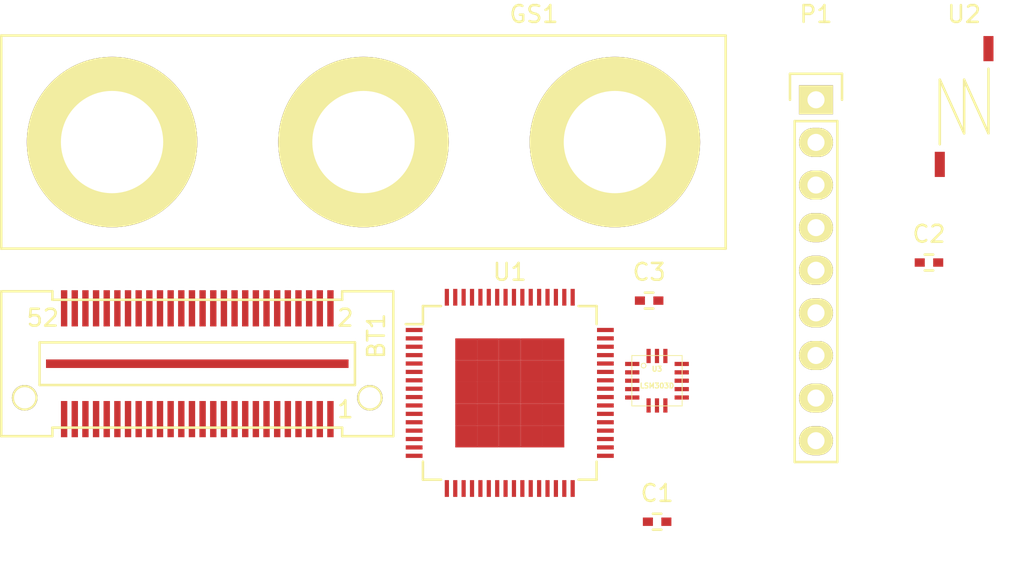
<source format=kicad_pcb>
(kicad_pcb (version 4) (host pcbnew 4.0.2-stable)

  (general
    (links 16)
    (no_connects 16)
    (area 0 0 0 0)
    (thickness 1.6)
    (drawings 0)
    (tracks 0)
    (zones 0)
    (modules 9)
    (nets 70)
  )

  (page A4)
  (layers
    (0 F.Cu signal)
    (31 B.Cu signal)
    (32 B.Adhes user)
    (33 F.Adhes user)
    (34 B.Paste user)
    (35 F.Paste user)
    (36 B.SilkS user)
    (37 F.SilkS user)
    (38 B.Mask user)
    (39 F.Mask user)
    (40 Dwgs.User user)
    (41 Cmts.User user)
    (42 Eco1.User user)
    (43 Eco2.User user)
    (44 Edge.Cuts user)
    (45 Margin user)
    (46 B.CrtYd user)
    (47 F.CrtYd user)
    (48 B.Fab user)
    (49 F.Fab user)
  )

  (setup
    (last_trace_width 0.25)
    (trace_clearance 0.2)
    (zone_clearance 0.508)
    (zone_45_only no)
    (trace_min 0.2)
    (segment_width 0.2)
    (edge_width 0.15)
    (via_size 0.6)
    (via_drill 0.4)
    (via_min_size 0.4)
    (via_min_drill 0.3)
    (uvia_size 0.3)
    (uvia_drill 0.1)
    (uvias_allowed no)
    (uvia_min_size 0.2)
    (uvia_min_drill 0.1)
    (pcb_text_width 0.3)
    (pcb_text_size 1.5 1.5)
    (mod_edge_width 0.15)
    (mod_text_size 1 1)
    (mod_text_width 0.15)
    (pad_size 1.524 1.524)
    (pad_drill 0.762)
    (pad_to_mask_clearance 0.2)
    (aux_axis_origin 0 0)
    (visible_elements FFFFFF7F)
    (pcbplotparams
      (layerselection 0x00030_80000001)
      (usegerberextensions false)
      (excludeedgelayer true)
      (linewidth 0.100000)
      (plotframeref false)
      (viasonmask false)
      (mode 1)
      (useauxorigin false)
      (hpglpennumber 1)
      (hpglpenspeed 20)
      (hpglpendiameter 15)
      (hpglpenoverlay 2)
      (psnegative false)
      (psa4output false)
      (plotreference true)
      (plotvalue true)
      (plotinvisibletext false)
      (padsonsilk false)
      (subtractmaskfromsilk false)
      (outputformat 1)
      (mirror false)
      (drillshape 1)
      (scaleselection 1)
      (outputdirectory ""))
  )

  (net 0 "")
  (net 1 "Net-(BT1-Pad1)")
  (net 2 GND)
  (net 3 +3V3)
  (net 4 "Net-(GS1-Pad1)")
  (net 5 "Net-(GS1-Pad2)")
  (net 6 /L_MISO)
  (net 7 /L_LED)
  (net 8 /L_SCK)
  (net 9 /L_MOSI)
  (net 10 /L_DC)
  (net 11 /L_RST)
  (net 12 /L_CS)
  (net 13 "Net-(U1-Pad1)")
  (net 14 "Net-(U1-Pad2)")
  (net 15 "Net-(U1-Pad3)")
  (net 16 "Net-(U1-Pad4)")
  (net 17 "Net-(U1-Pad5)")
  (net 18 "Net-(U1-Pad6)")
  (net 19 "Net-(U1-Pad7)")
  (net 20 "Net-(U1-Pad8)")
  (net 21 "Net-(U1-Pad9)")
  (net 22 "Net-(U1-Pad10)")
  (net 23 "Net-(U1-Pad11)")
  (net 24 "Net-(U1-Pad13)")
  (net 25 "Net-(U1-Pad14)")
  (net 26 "Net-(U1-Pad15)")
  (net 27 "Net-(U1-Pad16)")
  (net 28 "Net-(U1-Pad17)")
  (net 29 "Net-(U1-Pad20)")
  (net 30 "Net-(U1-Pad21)")
  (net 31 "Net-(U1-Pad22)")
  (net 32 "Net-(U1-Pad23)")
  (net 33 "Net-(U1-Pad24)")
  (net 34 "Net-(U1-Pad25)")
  (net 35 "Net-(U1-Pad26)")
  (net 36 "Net-(U1-Pad27)")
  (net 37 "Net-(U1-Pad28)")
  (net 38 "Net-(U1-Pad29)")
  (net 39 "Net-(U1-Pad30)")
  (net 40 "Net-(U1-Pad33)")
  (net 41 "Net-(U1-Pad34)")
  (net 42 "Net-(U1-Pad35)")
  (net 43 "Net-(U1-Pad36)")
  (net 44 "Net-(U1-Pad37)")
  (net 45 "Net-(U1-Pad38)")
  (net 46 "Net-(U1-Pad39)")
  (net 47 "Net-(U1-Pad40)")
  (net 48 "Net-(U1-Pad41)")
  (net 49 "Net-(U1-Pad42)")
  (net 50 "Net-(U1-Pad43)")
  (net 51 "Net-(U1-Pad44)")
  (net 52 "Net-(U1-Pad45)")
  (net 53 "Net-(U1-Pad46)")
  (net 54 "Net-(U1-Pad49)")
  (net 55 "Net-(U1-Pad50)")
  (net 56 "Net-(U1-Pad51)")
  (net 57 "Net-(U1-Pad52)")
  (net 58 "Net-(U1-Pad53)")
  (net 59 "Net-(U1-Pad54)")
  (net 60 "Net-(U1-Pad55)")
  (net 61 "Net-(U1-Pad56)")
  (net 62 "Net-(U1-Pad57)")
  (net 63 "Net-(U1-Pad58)")
  (net 64 "Net-(U1-Pad59)")
  (net 65 "Net-(U1-Pad60)")
  (net 66 "Net-(U1-Pad61)")
  (net 67 "Net-(U1-Pad62)")
  (net 68 /G_RX0)
  (net 69 /G_TX0)

  (net_class Default "This is the default net class."
    (clearance 0.2)
    (trace_width 0.25)
    (via_dia 0.6)
    (via_drill 0.4)
    (uvia_dia 0.3)
    (uvia_drill 0.1)
    (add_net +3V3)
    (add_net /G_RX0)
    (add_net /G_TX0)
    (add_net /L_CS)
    (add_net /L_DC)
    (add_net /L_LED)
    (add_net /L_MISO)
    (add_net /L_MOSI)
    (add_net /L_RST)
    (add_net /L_SCK)
    (add_net GND)
    (add_net "Net-(BT1-Pad1)")
    (add_net "Net-(GS1-Pad1)")
    (add_net "Net-(GS1-Pad2)")
    (add_net "Net-(U1-Pad1)")
    (add_net "Net-(U1-Pad10)")
    (add_net "Net-(U1-Pad11)")
    (add_net "Net-(U1-Pad13)")
    (add_net "Net-(U1-Pad14)")
    (add_net "Net-(U1-Pad15)")
    (add_net "Net-(U1-Pad16)")
    (add_net "Net-(U1-Pad17)")
    (add_net "Net-(U1-Pad2)")
    (add_net "Net-(U1-Pad20)")
    (add_net "Net-(U1-Pad21)")
    (add_net "Net-(U1-Pad22)")
    (add_net "Net-(U1-Pad23)")
    (add_net "Net-(U1-Pad24)")
    (add_net "Net-(U1-Pad25)")
    (add_net "Net-(U1-Pad26)")
    (add_net "Net-(U1-Pad27)")
    (add_net "Net-(U1-Pad28)")
    (add_net "Net-(U1-Pad29)")
    (add_net "Net-(U1-Pad3)")
    (add_net "Net-(U1-Pad30)")
    (add_net "Net-(U1-Pad33)")
    (add_net "Net-(U1-Pad34)")
    (add_net "Net-(U1-Pad35)")
    (add_net "Net-(U1-Pad36)")
    (add_net "Net-(U1-Pad37)")
    (add_net "Net-(U1-Pad38)")
    (add_net "Net-(U1-Pad39)")
    (add_net "Net-(U1-Pad4)")
    (add_net "Net-(U1-Pad40)")
    (add_net "Net-(U1-Pad41)")
    (add_net "Net-(U1-Pad42)")
    (add_net "Net-(U1-Pad43)")
    (add_net "Net-(U1-Pad44)")
    (add_net "Net-(U1-Pad45)")
    (add_net "Net-(U1-Pad46)")
    (add_net "Net-(U1-Pad49)")
    (add_net "Net-(U1-Pad5)")
    (add_net "Net-(U1-Pad50)")
    (add_net "Net-(U1-Pad51)")
    (add_net "Net-(U1-Pad52)")
    (add_net "Net-(U1-Pad53)")
    (add_net "Net-(U1-Pad54)")
    (add_net "Net-(U1-Pad55)")
    (add_net "Net-(U1-Pad56)")
    (add_net "Net-(U1-Pad57)")
    (add_net "Net-(U1-Pad58)")
    (add_net "Net-(U1-Pad59)")
    (add_net "Net-(U1-Pad6)")
    (add_net "Net-(U1-Pad60)")
    (add_net "Net-(U1-Pad61)")
    (add_net "Net-(U1-Pad62)")
    (add_net "Net-(U1-Pad7)")
    (add_net "Net-(U1-Pad8)")
    (add_net "Net-(U1-Pad9)")
  )

  (module Connect:QMS-1X52-SMD (layer F.Cu) (tedit 0) (tstamp 580D1CF5)
    (at 184.806001 109.967)
    (path /5807C2EA)
    (attr smd)
    (fp_text reference BT1 (at 10.668 -1.651 90) (layer F.SilkS)
      (effects (font (size 1 1) (thickness 0.15)))
    )
    (fp_text value Battery (at 0 -5.461) (layer F.Fab)
      (effects (font (size 1 1) (thickness 0.15)))
    )
    (fp_line (start 9.398 1.27) (end -9.398 1.27) (layer F.SilkS) (width 0.15))
    (fp_line (start -9.398 -1.27) (end 9.398 -1.27) (layer F.SilkS) (width 0.15))
    (fp_text user 52 (at -9.2075 -2.7305) (layer F.SilkS)
      (effects (font (size 1 1) (thickness 0.15)))
    )
    (fp_line (start -8.636 4.318) (end -11.684 4.318) (layer F.SilkS) (width 0.15))
    (fp_line (start -8.636 -4.318) (end -11.684 -4.318) (layer F.SilkS) (width 0.15))
    (fp_line (start -11.684 4.318) (end -11.684 -4.318) (layer F.SilkS) (width 0.15))
    (fp_text user 2 (at 8.8265 -2.7305) (layer F.SilkS)
      (effects (font (size 1 1) (thickness 0.15)))
    )
    (fp_text user 1 (at 8.8265 2.7305) (layer F.SilkS)
      (effects (font (size 1 1) (thickness 0.15)))
    )
    (fp_line (start 9.398 -1.27) (end 9.398 1.27) (layer F.SilkS) (width 0.15))
    (fp_line (start -9.398 1.27) (end -9.398 -1.27) (layer F.SilkS) (width 0.15))
    (fp_line (start 11.684 -4.318) (end 11.684 4.318) (layer F.SilkS) (width 0.15))
    (fp_line (start 11.684 4.318) (end 8.636 4.318) (layer F.SilkS) (width 0.15))
    (fp_line (start 8.636 4.318) (end 8.636 3.81) (layer F.SilkS) (width 0.15))
    (fp_line (start 8.636 3.81) (end -8.636 3.81) (layer F.SilkS) (width 0.15))
    (fp_line (start -8.636 3.81) (end -8.636 4.318) (layer F.SilkS) (width 0.15))
    (fp_line (start -8.636 -4.318) (end -8.636 -3.81) (layer F.SilkS) (width 0.15))
    (fp_line (start -8.636 -3.81) (end 8.636 -3.81) (layer F.SilkS) (width 0.15))
    (fp_line (start 8.636 -3.81) (end 8.636 -4.318) (layer F.SilkS) (width 0.15))
    (fp_line (start 8.636 -4.318) (end 11.684 -4.318) (layer F.SilkS) (width 0.15))
    (pad 1 smd rect (at 7.9375 3.302) (size 0.381 2.159) (layers F.Cu F.Paste F.Mask)
      (net 1 "Net-(BT1-Pad1)"))
    (pad 2 smd rect (at 7.9375 -3.302) (size 0.381 2.159) (layers F.Cu F.Paste F.Mask)
      (net 2 GND))
    (pad 3 smd rect (at 7.3025 3.302) (size 0.381 2.159) (layers F.Cu F.Paste F.Mask))
    (pad 4 smd rect (at 7.3025 -3.302) (size 0.381 2.159) (layers F.Cu F.Paste F.Mask))
    (pad 5 smd rect (at 6.6675 3.302) (size 0.381 2.159) (layers F.Cu F.Paste F.Mask))
    (pad 6 smd rect (at 6.6675 -3.302) (size 0.381 2.159) (layers F.Cu F.Paste F.Mask))
    (pad 7 smd rect (at 6.0325 3.302) (size 0.381 2.159) (layers F.Cu F.Paste F.Mask))
    (pad 8 smd rect (at 6.0325 -3.302) (size 0.381 2.159) (layers F.Cu F.Paste F.Mask))
    (pad 9 smd rect (at 5.3975 3.302) (size 0.381 2.159) (layers F.Cu F.Paste F.Mask))
    (pad 10 smd rect (at 5.3975 -3.302) (size 0.381 2.159) (layers F.Cu F.Paste F.Mask))
    (pad 11 smd rect (at 4.7625 3.302) (size 0.381 2.159) (layers F.Cu F.Paste F.Mask))
    (pad 12 smd rect (at 4.7625 -3.302) (size 0.381 2.159) (layers F.Cu F.Paste F.Mask))
    (pad 13 smd rect (at 4.1275 3.302) (size 0.381 2.159) (layers F.Cu F.Paste F.Mask))
    (pad 14 smd rect (at 4.1275 -3.302) (size 0.381 2.159) (layers F.Cu F.Paste F.Mask))
    (pad 15 smd rect (at 3.4925 3.302) (size 0.381 2.159) (layers F.Cu F.Paste F.Mask))
    (pad 16 smd rect (at 3.4925 -3.302) (size 0.381 2.159) (layers F.Cu F.Paste F.Mask))
    (pad 17 smd rect (at 2.8575 3.302) (size 0.381 2.159) (layers F.Cu F.Paste F.Mask))
    (pad 18 smd rect (at 2.8575 -3.302) (size 0.381 2.159) (layers F.Cu F.Paste F.Mask))
    (pad 19 smd rect (at 2.2225 3.302) (size 0.381 2.159) (layers F.Cu F.Paste F.Mask))
    (pad 20 smd rect (at 2.2225 -3.302) (size 0.381 2.159) (layers F.Cu F.Paste F.Mask))
    (pad 21 smd rect (at 1.5875 3.302) (size 0.381 2.159) (layers F.Cu F.Paste F.Mask))
    (pad 22 smd rect (at 1.5875 -3.302) (size 0.381 2.159) (layers F.Cu F.Paste F.Mask))
    (pad 23 smd rect (at 0.9525 3.302) (size 0.381 2.159) (layers F.Cu F.Paste F.Mask))
    (pad 24 smd rect (at 0.9525 -3.302) (size 0.381 2.159) (layers F.Cu F.Paste F.Mask))
    (pad 25 smd rect (at 0.3175 3.302) (size 0.381 2.159) (layers F.Cu F.Paste F.Mask))
    (pad 26 smd rect (at 0.3175 -3.302) (size 0.381 2.159) (layers F.Cu F.Paste F.Mask))
    (pad 27 smd rect (at -0.3175 3.302) (size 0.381 2.159) (layers F.Cu F.Paste F.Mask))
    (pad 28 smd rect (at -0.3175 -3.302) (size 0.381 2.159) (layers F.Cu F.Paste F.Mask))
    (pad 29 smd rect (at -0.9525 3.302) (size 0.381 2.159) (layers F.Cu F.Paste F.Mask))
    (pad 30 smd rect (at -0.9525 -3.302) (size 0.381 2.159) (layers F.Cu F.Paste F.Mask))
    (pad 31 smd rect (at -1.5875 3.302) (size 0.381 2.159) (layers F.Cu F.Paste F.Mask))
    (pad 32 smd rect (at -1.5875 -3.302) (size 0.381 2.159) (layers F.Cu F.Paste F.Mask))
    (pad 33 smd rect (at -2.2225 3.302) (size 0.381 2.159) (layers F.Cu F.Paste F.Mask))
    (pad 34 smd rect (at -2.2225 -3.302) (size 0.381 2.159) (layers F.Cu F.Paste F.Mask))
    (pad 35 smd rect (at -2.8575 3.302) (size 0.381 2.159) (layers F.Cu F.Paste F.Mask))
    (pad 36 smd rect (at -2.8575 -3.302) (size 0.381 2.159) (layers F.Cu F.Paste F.Mask))
    (pad 37 smd rect (at -3.4925 3.302) (size 0.381 2.159) (layers F.Cu F.Paste F.Mask))
    (pad 38 smd rect (at -3.4925 -3.302) (size 0.381 2.159) (layers F.Cu F.Paste F.Mask))
    (pad 39 smd rect (at -4.1275 3.302) (size 0.381 2.159) (layers F.Cu F.Paste F.Mask))
    (pad 40 smd rect (at -4.1275 -3.302) (size 0.381 2.159) (layers F.Cu F.Paste F.Mask))
    (pad 41 smd rect (at -4.7625 3.302) (size 0.381 2.159) (layers F.Cu F.Paste F.Mask))
    (pad 42 smd rect (at -4.7625 -3.302) (size 0.381 2.159) (layers F.Cu F.Paste F.Mask))
    (pad 43 smd rect (at -5.3975 3.302) (size 0.381 2.159) (layers F.Cu F.Paste F.Mask))
    (pad 44 smd rect (at -5.3975 -3.302) (size 0.381 2.159) (layers F.Cu F.Paste F.Mask))
    (pad 45 smd rect (at -6.0325 3.302) (size 0.381 2.159) (layers F.Cu F.Paste F.Mask))
    (pad 46 smd rect (at -6.0325 -3.302) (size 0.381 2.159) (layers F.Cu F.Paste F.Mask))
    (pad 47 smd rect (at -6.6675 3.302) (size 0.381 2.159) (layers F.Cu F.Paste F.Mask))
    (pad 48 smd rect (at -6.6675 -3.302) (size 0.381 2.159) (layers F.Cu F.Paste F.Mask))
    (pad 49 smd rect (at -7.3025 3.302) (size 0.381 2.159) (layers F.Cu F.Paste F.Mask))
    (pad 50 smd rect (at -7.3025 -3.302) (size 0.381 2.159) (layers F.Cu F.Paste F.Mask))
    (pad 51 smd rect (at -7.9375 3.302) (size 0.381 2.159) (layers F.Cu F.Paste F.Mask))
    (pad 52 smd rect (at -7.9375 -3.302) (size 0.381 2.159) (layers F.Cu F.Paste F.Mask))
    (pad 53 smd rect (at 0 0) (size 18.034 0.508) (layers F.Cu F.Paste F.Mask))
    (pad "" thru_hole circle (at -10.287 2.032) (size 1.524 1.524) (drill 1.27) (layers *.Cu *.Mask F.SilkS))
    (pad "" thru_hole circle (at 10.287 2.032) (size 1.524 1.524) (drill 1.27) (layers *.Cu *.Mask F.SilkS))
  )

  (module Capacitors_SMD:C_0402 (layer F.Cu) (tedit 5415D599) (tstamp 580D1CFB)
    (at 212.215333 119.386)
    (descr "Capacitor SMD 0402, reflow soldering, AVX (see smccp.pdf)")
    (tags "capacitor 0402")
    (path /5807A5F0)
    (attr smd)
    (fp_text reference C1 (at 0 -1.7) (layer F.SilkS)
      (effects (font (size 1 1) (thickness 0.15)))
    )
    (fp_text value 15uF (at 0 1.7) (layer F.Fab)
      (effects (font (size 1 1) (thickness 0.15)))
    )
    (fp_line (start -0.5 0.25) (end -0.5 -0.25) (layer F.Fab) (width 0.15))
    (fp_line (start 0.5 0.25) (end -0.5 0.25) (layer F.Fab) (width 0.15))
    (fp_line (start 0.5 -0.25) (end 0.5 0.25) (layer F.Fab) (width 0.15))
    (fp_line (start -0.5 -0.25) (end 0.5 -0.25) (layer F.Fab) (width 0.15))
    (fp_line (start -1.15 -0.6) (end 1.15 -0.6) (layer F.CrtYd) (width 0.05))
    (fp_line (start -1.15 0.6) (end 1.15 0.6) (layer F.CrtYd) (width 0.05))
    (fp_line (start -1.15 -0.6) (end -1.15 0.6) (layer F.CrtYd) (width 0.05))
    (fp_line (start 1.15 -0.6) (end 1.15 0.6) (layer F.CrtYd) (width 0.05))
    (fp_line (start 0.25 -0.475) (end -0.25 -0.475) (layer F.SilkS) (width 0.15))
    (fp_line (start -0.25 0.475) (end 0.25 0.475) (layer F.SilkS) (width 0.15))
    (pad 1 smd rect (at -0.55 0) (size 0.6 0.5) (layers F.Cu F.Paste F.Mask)
      (net 3 +3V3))
    (pad 2 smd rect (at 0.55 0) (size 0.6 0.5) (layers F.Cu F.Paste F.Mask)
      (net 2 GND))
    (model Capacitors_SMD.3dshapes/C_0402.wrl
      (at (xyz 0 0 0))
      (scale (xyz 1 1 1))
      (rotate (xyz 0 0 0))
    )
  )

  (module Capacitors_SMD:C_0402 (layer F.Cu) (tedit 5415D599) (tstamp 580D1D01)
    (at 228.419143 103.936)
    (descr "Capacitor SMD 0402, reflow soldering, AVX (see smccp.pdf)")
    (tags "capacitor 0402")
    (path /5807A4FF)
    (attr smd)
    (fp_text reference C2 (at 0 -1.7) (layer F.SilkS)
      (effects (font (size 1 1) (thickness 0.15)))
    )
    (fp_text value 1uF (at 0 1.7) (layer F.Fab)
      (effects (font (size 1 1) (thickness 0.15)))
    )
    (fp_line (start -0.5 0.25) (end -0.5 -0.25) (layer F.Fab) (width 0.15))
    (fp_line (start 0.5 0.25) (end -0.5 0.25) (layer F.Fab) (width 0.15))
    (fp_line (start 0.5 -0.25) (end 0.5 0.25) (layer F.Fab) (width 0.15))
    (fp_line (start -0.5 -0.25) (end 0.5 -0.25) (layer F.Fab) (width 0.15))
    (fp_line (start -1.15 -0.6) (end 1.15 -0.6) (layer F.CrtYd) (width 0.05))
    (fp_line (start -1.15 0.6) (end 1.15 0.6) (layer F.CrtYd) (width 0.05))
    (fp_line (start -1.15 -0.6) (end -1.15 0.6) (layer F.CrtYd) (width 0.05))
    (fp_line (start 1.15 -0.6) (end 1.15 0.6) (layer F.CrtYd) (width 0.05))
    (fp_line (start 0.25 -0.475) (end -0.25 -0.475) (layer F.SilkS) (width 0.15))
    (fp_line (start -0.25 0.475) (end 0.25 0.475) (layer F.SilkS) (width 0.15))
    (pad 1 smd rect (at -0.55 0) (size 0.6 0.5) (layers F.Cu F.Paste F.Mask)
      (net 3 +3V3))
    (pad 2 smd rect (at 0.55 0) (size 0.6 0.5) (layers F.Cu F.Paste F.Mask)
      (net 2 GND))
    (model Capacitors_SMD.3dshapes/C_0402.wrl
      (at (xyz 0 0 0))
      (scale (xyz 1 1 1))
      (rotate (xyz 0 0 0))
    )
  )

  (module Capacitors_SMD:C_0402 (layer F.Cu) (tedit 5415D599) (tstamp 580D1D07)
    (at 211.739143 106.206)
    (descr "Capacitor SMD 0402, reflow soldering, AVX (see smccp.pdf)")
    (tags "capacitor 0402")
    (path /5807A4C4)
    (attr smd)
    (fp_text reference C3 (at 0 -1.7) (layer F.SilkS)
      (effects (font (size 1 1) (thickness 0.15)))
    )
    (fp_text value 1uF (at 0 1.7) (layer F.Fab)
      (effects (font (size 1 1) (thickness 0.15)))
    )
    (fp_line (start -0.5 0.25) (end -0.5 -0.25) (layer F.Fab) (width 0.15))
    (fp_line (start 0.5 0.25) (end -0.5 0.25) (layer F.Fab) (width 0.15))
    (fp_line (start 0.5 -0.25) (end 0.5 0.25) (layer F.Fab) (width 0.15))
    (fp_line (start -0.5 -0.25) (end 0.5 -0.25) (layer F.Fab) (width 0.15))
    (fp_line (start -1.15 -0.6) (end 1.15 -0.6) (layer F.CrtYd) (width 0.05))
    (fp_line (start -1.15 0.6) (end 1.15 0.6) (layer F.CrtYd) (width 0.05))
    (fp_line (start -1.15 -0.6) (end -1.15 0.6) (layer F.CrtYd) (width 0.05))
    (fp_line (start 1.15 -0.6) (end 1.15 0.6) (layer F.CrtYd) (width 0.05))
    (fp_line (start 0.25 -0.475) (end -0.25 -0.475) (layer F.SilkS) (width 0.15))
    (fp_line (start -0.25 0.475) (end 0.25 0.475) (layer F.SilkS) (width 0.15))
    (pad 1 smd rect (at -0.55 0) (size 0.6 0.5) (layers F.Cu F.Paste F.Mask)
      (net 1 "Net-(BT1-Pad1)"))
    (pad 2 smd rect (at 0.55 0) (size 0.6 0.5) (layers F.Cu F.Paste F.Mask)
      (net 2 GND))
    (model Capacitors_SMD.3dshapes/C_0402.wrl
      (at (xyz 0 0 0))
      (scale (xyz 1 1 1))
      (rotate (xyz 0 0 0))
    )
  )

  (module Connect:Banana_Jack_3Pin (layer F.Cu) (tedit 0) (tstamp 580D1D0E)
    (at 194.712001 96.756)
    (descr "Triple banana socket, footprint - 3 x 6mm drills")
    (tags "banana socket")
    (path /5807BAC8)
    (fp_text reference GS1 (at 10.16 -7.62) (layer F.SilkS)
      (effects (font (size 1 1) (thickness 0.15)))
    )
    (fp_text value GS2 (at -7.62 -7.62) (layer F.Fab)
      (effects (font (size 1 1) (thickness 0.15)))
    )
    (fp_line (start -21.59 -6.35) (end 21.59 -6.35) (layer F.SilkS) (width 0.15))
    (fp_line (start 21.59 -6.35) (end 21.59 6.35) (layer F.SilkS) (width 0.15))
    (fp_line (start 21.59 6.35) (end -21.59 6.35) (layer F.SilkS) (width 0.15))
    (fp_line (start -21.59 6.35) (end -21.59 -6.35) (layer F.SilkS) (width 0.15))
    (pad 1 thru_hole circle (at -14.986 0) (size 10.16 10.16) (drill 6.096) (layers *.Cu *.Mask F.SilkS)
      (net 4 "Net-(GS1-Pad1)"))
    (pad 3 thru_hole circle (at 14.986 0) (size 10.16 10.16) (drill 6.096) (layers *.Cu *.Mask F.SilkS))
    (pad 2 thru_hole circle (at 0 0) (size 10.16 10.16) (drill 6.096) (layers *.Cu *.Mask F.SilkS)
      (net 5 "Net-(GS1-Pad2)"))
    (model Connect.3dshapes/Banana_Jack_3Pin.wrl
      (at (xyz 0 0 0))
      (scale (xyz 2 2 2))
      (rotate (xyz 0 0 0))
    )
  )

  (module Pin_Headers:Pin_Header_Straight_1x09 (layer F.Cu) (tedit 0) (tstamp 580D1D1B)
    (at 221.685333 94.236)
    (descr "Through hole pin header")
    (tags "pin header")
    (path /58053EE7)
    (fp_text reference P1 (at 0 -5.1) (layer F.SilkS)
      (effects (font (size 1 1) (thickness 0.15)))
    )
    (fp_text value CONN_01X09 (at 0 -3.1) (layer F.Fab)
      (effects (font (size 1 1) (thickness 0.15)))
    )
    (fp_line (start -1.75 -1.75) (end -1.75 22.1) (layer F.CrtYd) (width 0.05))
    (fp_line (start 1.75 -1.75) (end 1.75 22.1) (layer F.CrtYd) (width 0.05))
    (fp_line (start -1.75 -1.75) (end 1.75 -1.75) (layer F.CrtYd) (width 0.05))
    (fp_line (start -1.75 22.1) (end 1.75 22.1) (layer F.CrtYd) (width 0.05))
    (fp_line (start 1.27 1.27) (end 1.27 21.59) (layer F.SilkS) (width 0.15))
    (fp_line (start 1.27 21.59) (end -1.27 21.59) (layer F.SilkS) (width 0.15))
    (fp_line (start -1.27 21.59) (end -1.27 1.27) (layer F.SilkS) (width 0.15))
    (fp_line (start 1.55 -1.55) (end 1.55 0) (layer F.SilkS) (width 0.15))
    (fp_line (start 1.27 1.27) (end -1.27 1.27) (layer F.SilkS) (width 0.15))
    (fp_line (start -1.55 0) (end -1.55 -1.55) (layer F.SilkS) (width 0.15))
    (fp_line (start -1.55 -1.55) (end 1.55 -1.55) (layer F.SilkS) (width 0.15))
    (pad 1 thru_hole rect (at 0 0) (size 2.032 1.7272) (drill 1.016) (layers *.Cu *.Mask F.SilkS)
      (net 6 /L_MISO))
    (pad 2 thru_hole oval (at 0 2.54) (size 2.032 1.7272) (drill 1.016) (layers *.Cu *.Mask F.SilkS)
      (net 7 /L_LED))
    (pad 3 thru_hole oval (at 0 5.08) (size 2.032 1.7272) (drill 1.016) (layers *.Cu *.Mask F.SilkS)
      (net 8 /L_SCK))
    (pad 4 thru_hole oval (at 0 7.62) (size 2.032 1.7272) (drill 1.016) (layers *.Cu *.Mask F.SilkS)
      (net 9 /L_MOSI))
    (pad 5 thru_hole oval (at 0 10.16) (size 2.032 1.7272) (drill 1.016) (layers *.Cu *.Mask F.SilkS)
      (net 10 /L_DC))
    (pad 6 thru_hole oval (at 0 12.7) (size 2.032 1.7272) (drill 1.016) (layers *.Cu *.Mask F.SilkS)
      (net 11 /L_RST))
    (pad 7 thru_hole oval (at 0 15.24) (size 2.032 1.7272) (drill 1.016) (layers *.Cu *.Mask F.SilkS)
      (net 12 /L_CS))
    (pad 8 thru_hole oval (at 0 17.78) (size 2.032 1.7272) (drill 1.016) (layers *.Cu *.Mask F.SilkS)
      (net 2 GND))
    (pad 9 thru_hole oval (at 0 20.32) (size 2.032 1.7272) (drill 1.016) (layers *.Cu *.Mask F.SilkS)
      (net 3 +3V3))
    (model Pin_Headers.3dshapes/Pin_Header_Straight_1x09.wrl
      (at (xyz 0 -0.4 0))
      (scale (xyz 1 1 1))
      (rotate (xyz 0 0 90))
    )
  )

  (module Housings_QFP:LQFP-64-1EP_10x10mm_Pitch0.5mm (layer F.Cu) (tedit 54130A77) (tstamp 580D1D78)
    (at 203.432001 111.706)
    (descr "64 LEAD LQFP 10x10mm (see MICREL LQFP10x10-64LD-PL-1.pdf and http://www.nxp.com/files/shared/doc/package_info/98ARH98426A.pdf for EP)")
    (tags "QFP 0.5")
    (path /5805291D)
    (attr smd)
    (fp_text reference U1 (at 0 -7.2) (layer F.SilkS)
      (effects (font (size 1 1) (thickness 0.15)))
    )
    (fp_text value STM32F401RETx (at 0 7.2) (layer F.Fab)
      (effects (font (size 1 1) (thickness 0.15)))
    )
    (fp_line (start -6.45 -6.45) (end -6.45 6.45) (layer F.CrtYd) (width 0.05))
    (fp_line (start 6.45 -6.45) (end 6.45 6.45) (layer F.CrtYd) (width 0.05))
    (fp_line (start -6.45 -6.45) (end 6.45 -6.45) (layer F.CrtYd) (width 0.05))
    (fp_line (start -6.45 6.45) (end 6.45 6.45) (layer F.CrtYd) (width 0.05))
    (fp_line (start -5.175 -5.175) (end -5.175 -4.1) (layer F.SilkS) (width 0.15))
    (fp_line (start 5.175 -5.175) (end 5.175 -4.1) (layer F.SilkS) (width 0.15))
    (fp_line (start 5.175 5.175) (end 5.175 4.1) (layer F.SilkS) (width 0.15))
    (fp_line (start -5.175 5.175) (end -5.175 4.1) (layer F.SilkS) (width 0.15))
    (fp_line (start -5.175 -5.175) (end -4.1 -5.175) (layer F.SilkS) (width 0.15))
    (fp_line (start -5.175 5.175) (end -4.1 5.175) (layer F.SilkS) (width 0.15))
    (fp_line (start 5.175 5.175) (end 4.1 5.175) (layer F.SilkS) (width 0.15))
    (fp_line (start 5.175 -5.175) (end 4.1 -5.175) (layer F.SilkS) (width 0.15))
    (fp_line (start -5.175 -4.1) (end -6.2 -4.1) (layer F.SilkS) (width 0.15))
    (pad 1 smd rect (at -5.7 -3.75) (size 1 0.25) (layers F.Cu F.Paste F.Mask)
      (net 13 "Net-(U1-Pad1)"))
    (pad 2 smd rect (at -5.7 -3.25) (size 1 0.25) (layers F.Cu F.Paste F.Mask)
      (net 14 "Net-(U1-Pad2)"))
    (pad 3 smd rect (at -5.7 -2.75) (size 1 0.25) (layers F.Cu F.Paste F.Mask)
      (net 15 "Net-(U1-Pad3)"))
    (pad 4 smd rect (at -5.7 -2.25) (size 1 0.25) (layers F.Cu F.Paste F.Mask)
      (net 16 "Net-(U1-Pad4)"))
    (pad 5 smd rect (at -5.7 -1.75) (size 1 0.25) (layers F.Cu F.Paste F.Mask)
      (net 17 "Net-(U1-Pad5)"))
    (pad 6 smd rect (at -5.7 -1.25) (size 1 0.25) (layers F.Cu F.Paste F.Mask)
      (net 18 "Net-(U1-Pad6)"))
    (pad 7 smd rect (at -5.7 -0.75) (size 1 0.25) (layers F.Cu F.Paste F.Mask)
      (net 19 "Net-(U1-Pad7)"))
    (pad 8 smd rect (at -5.7 -0.25) (size 1 0.25) (layers F.Cu F.Paste F.Mask)
      (net 20 "Net-(U1-Pad8)"))
    (pad 9 smd rect (at -5.7 0.25) (size 1 0.25) (layers F.Cu F.Paste F.Mask)
      (net 21 "Net-(U1-Pad9)"))
    (pad 10 smd rect (at -5.7 0.75) (size 1 0.25) (layers F.Cu F.Paste F.Mask)
      (net 22 "Net-(U1-Pad10)"))
    (pad 11 smd rect (at -5.7 1.25) (size 1 0.25) (layers F.Cu F.Paste F.Mask)
      (net 23 "Net-(U1-Pad11)"))
    (pad 12 smd rect (at -5.7 1.75) (size 1 0.25) (layers F.Cu F.Paste F.Mask)
      (net 2 GND))
    (pad 13 smd rect (at -5.7 2.25) (size 1 0.25) (layers F.Cu F.Paste F.Mask)
      (net 24 "Net-(U1-Pad13)"))
    (pad 14 smd rect (at -5.7 2.75) (size 1 0.25) (layers F.Cu F.Paste F.Mask)
      (net 25 "Net-(U1-Pad14)"))
    (pad 15 smd rect (at -5.7 3.25) (size 1 0.25) (layers F.Cu F.Paste F.Mask)
      (net 26 "Net-(U1-Pad15)"))
    (pad 16 smd rect (at -5.7 3.75) (size 1 0.25) (layers F.Cu F.Paste F.Mask)
      (net 27 "Net-(U1-Pad16)"))
    (pad 17 smd rect (at -3.75 5.7 90) (size 1 0.25) (layers F.Cu F.Paste F.Mask)
      (net 28 "Net-(U1-Pad17)"))
    (pad 18 smd rect (at -3.25 5.7 90) (size 1 0.25) (layers F.Cu F.Paste F.Mask)
      (net 2 GND))
    (pad 19 smd rect (at -2.75 5.7 90) (size 1 0.25) (layers F.Cu F.Paste F.Mask)
      (net 3 +3V3))
    (pad 20 smd rect (at -2.25 5.7 90) (size 1 0.25) (layers F.Cu F.Paste F.Mask)
      (net 29 "Net-(U1-Pad20)"))
    (pad 21 smd rect (at -1.75 5.7 90) (size 1 0.25) (layers F.Cu F.Paste F.Mask)
      (net 30 "Net-(U1-Pad21)"))
    (pad 22 smd rect (at -1.25 5.7 90) (size 1 0.25) (layers F.Cu F.Paste F.Mask)
      (net 31 "Net-(U1-Pad22)"))
    (pad 23 smd rect (at -0.75 5.7 90) (size 1 0.25) (layers F.Cu F.Paste F.Mask)
      (net 32 "Net-(U1-Pad23)"))
    (pad 24 smd rect (at -0.25 5.7 90) (size 1 0.25) (layers F.Cu F.Paste F.Mask)
      (net 33 "Net-(U1-Pad24)"))
    (pad 25 smd rect (at 0.25 5.7 90) (size 1 0.25) (layers F.Cu F.Paste F.Mask)
      (net 34 "Net-(U1-Pad25)"))
    (pad 26 smd rect (at 0.75 5.7 90) (size 1 0.25) (layers F.Cu F.Paste F.Mask)
      (net 35 "Net-(U1-Pad26)"))
    (pad 27 smd rect (at 1.25 5.7 90) (size 1 0.25) (layers F.Cu F.Paste F.Mask)
      (net 36 "Net-(U1-Pad27)"))
    (pad 28 smd rect (at 1.75 5.7 90) (size 1 0.25) (layers F.Cu F.Paste F.Mask)
      (net 37 "Net-(U1-Pad28)"))
    (pad 29 smd rect (at 2.25 5.7 90) (size 1 0.25) (layers F.Cu F.Paste F.Mask)
      (net 38 "Net-(U1-Pad29)"))
    (pad 30 smd rect (at 2.75 5.7 90) (size 1 0.25) (layers F.Cu F.Paste F.Mask)
      (net 39 "Net-(U1-Pad30)"))
    (pad 31 smd rect (at 3.25 5.7 90) (size 1 0.25) (layers F.Cu F.Paste F.Mask)
      (net 2 GND))
    (pad 32 smd rect (at 3.75 5.7 90) (size 1 0.25) (layers F.Cu F.Paste F.Mask)
      (net 3 +3V3))
    (pad 33 smd rect (at 5.7 3.75) (size 1 0.25) (layers F.Cu F.Paste F.Mask)
      (net 40 "Net-(U1-Pad33)"))
    (pad 34 smd rect (at 5.7 3.25) (size 1 0.25) (layers F.Cu F.Paste F.Mask)
      (net 41 "Net-(U1-Pad34)"))
    (pad 35 smd rect (at 5.7 2.75) (size 1 0.25) (layers F.Cu F.Paste F.Mask)
      (net 42 "Net-(U1-Pad35)"))
    (pad 36 smd rect (at 5.7 2.25) (size 1 0.25) (layers F.Cu F.Paste F.Mask)
      (net 43 "Net-(U1-Pad36)"))
    (pad 37 smd rect (at 5.7 1.75) (size 1 0.25) (layers F.Cu F.Paste F.Mask)
      (net 44 "Net-(U1-Pad37)"))
    (pad 38 smd rect (at 5.7 1.25) (size 1 0.25) (layers F.Cu F.Paste F.Mask)
      (net 45 "Net-(U1-Pad38)"))
    (pad 39 smd rect (at 5.7 0.75) (size 1 0.25) (layers F.Cu F.Paste F.Mask)
      (net 46 "Net-(U1-Pad39)"))
    (pad 40 smd rect (at 5.7 0.25) (size 1 0.25) (layers F.Cu F.Paste F.Mask)
      (net 47 "Net-(U1-Pad40)"))
    (pad 41 smd rect (at 5.7 -0.25) (size 1 0.25) (layers F.Cu F.Paste F.Mask)
      (net 48 "Net-(U1-Pad41)"))
    (pad 42 smd rect (at 5.7 -0.75) (size 1 0.25) (layers F.Cu F.Paste F.Mask)
      (net 49 "Net-(U1-Pad42)"))
    (pad 43 smd rect (at 5.7 -1.25) (size 1 0.25) (layers F.Cu F.Paste F.Mask)
      (net 50 "Net-(U1-Pad43)"))
    (pad 44 smd rect (at 5.7 -1.75) (size 1 0.25) (layers F.Cu F.Paste F.Mask)
      (net 51 "Net-(U1-Pad44)"))
    (pad 45 smd rect (at 5.7 -2.25) (size 1 0.25) (layers F.Cu F.Paste F.Mask)
      (net 52 "Net-(U1-Pad45)"))
    (pad 46 smd rect (at 5.7 -2.75) (size 1 0.25) (layers F.Cu F.Paste F.Mask)
      (net 53 "Net-(U1-Pad46)"))
    (pad 47 smd rect (at 5.7 -3.25) (size 1 0.25) (layers F.Cu F.Paste F.Mask)
      (net 2 GND))
    (pad 48 smd rect (at 5.7 -3.75) (size 1 0.25) (layers F.Cu F.Paste F.Mask)
      (net 3 +3V3))
    (pad 49 smd rect (at 3.75 -5.7 90) (size 1 0.25) (layers F.Cu F.Paste F.Mask)
      (net 54 "Net-(U1-Pad49)"))
    (pad 50 smd rect (at 3.25 -5.7 90) (size 1 0.25) (layers F.Cu F.Paste F.Mask)
      (net 55 "Net-(U1-Pad50)"))
    (pad 51 smd rect (at 2.75 -5.7 90) (size 1 0.25) (layers F.Cu F.Paste F.Mask)
      (net 56 "Net-(U1-Pad51)"))
    (pad 52 smd rect (at 2.25 -5.7 90) (size 1 0.25) (layers F.Cu F.Paste F.Mask)
      (net 57 "Net-(U1-Pad52)"))
    (pad 53 smd rect (at 1.75 -5.7 90) (size 1 0.25) (layers F.Cu F.Paste F.Mask)
      (net 58 "Net-(U1-Pad53)"))
    (pad 54 smd rect (at 1.25 -5.7 90) (size 1 0.25) (layers F.Cu F.Paste F.Mask)
      (net 59 "Net-(U1-Pad54)"))
    (pad 55 smd rect (at 0.75 -5.7 90) (size 1 0.25) (layers F.Cu F.Paste F.Mask)
      (net 60 "Net-(U1-Pad55)"))
    (pad 56 smd rect (at 0.25 -5.7 90) (size 1 0.25) (layers F.Cu F.Paste F.Mask)
      (net 61 "Net-(U1-Pad56)"))
    (pad 57 smd rect (at -0.25 -5.7 90) (size 1 0.25) (layers F.Cu F.Paste F.Mask)
      (net 62 "Net-(U1-Pad57)"))
    (pad 58 smd rect (at -0.75 -5.7 90) (size 1 0.25) (layers F.Cu F.Paste F.Mask)
      (net 63 "Net-(U1-Pad58)"))
    (pad 59 smd rect (at -1.25 -5.7 90) (size 1 0.25) (layers F.Cu F.Paste F.Mask)
      (net 64 "Net-(U1-Pad59)"))
    (pad 60 smd rect (at -1.75 -5.7 90) (size 1 0.25) (layers F.Cu F.Paste F.Mask)
      (net 65 "Net-(U1-Pad60)"))
    (pad 61 smd rect (at -2.25 -5.7 90) (size 1 0.25) (layers F.Cu F.Paste F.Mask)
      (net 66 "Net-(U1-Pad61)"))
    (pad 62 smd rect (at -2.75 -5.7 90) (size 1 0.25) (layers F.Cu F.Paste F.Mask)
      (net 67 "Net-(U1-Pad62)"))
    (pad 63 smd rect (at -3.25 -5.7 90) (size 1 0.25) (layers F.Cu F.Paste F.Mask)
      (net 2 GND))
    (pad 64 smd rect (at -3.75 -5.7 90) (size 1 0.25) (layers F.Cu F.Paste F.Mask)
      (net 3 +3V3))
    (pad 65 smd rect (at -2.6 -2.6) (size 1.3 1.3) (layers F.Cu F.Paste F.Mask)
      (solder_paste_margin_ratio -0.2))
    (pad 65 smd rect (at -1.3 -2.6) (size 1.3 1.3) (layers F.Cu F.Paste F.Mask)
      (solder_paste_margin_ratio -0.2))
    (pad 65 smd rect (at 0 -2.6) (size 1.3 1.3) (layers F.Cu F.Paste F.Mask)
      (solder_paste_margin_ratio -0.2))
    (pad 65 smd rect (at 1.3 -2.6) (size 1.3 1.3) (layers F.Cu F.Paste F.Mask)
      (solder_paste_margin_ratio -0.2))
    (pad 65 smd rect (at 2.6 -2.6) (size 1.3 1.3) (layers F.Cu F.Paste F.Mask)
      (solder_paste_margin_ratio -0.2))
    (pad 65 smd rect (at -2.6 -1.3) (size 1.3 1.3) (layers F.Cu F.Paste F.Mask)
      (solder_paste_margin_ratio -0.2))
    (pad 65 smd rect (at -1.3 -1.3) (size 1.3 1.3) (layers F.Cu F.Paste F.Mask)
      (solder_paste_margin_ratio -0.2))
    (pad 65 smd rect (at 0 -1.3) (size 1.3 1.3) (layers F.Cu F.Paste F.Mask)
      (solder_paste_margin_ratio -0.2))
    (pad 65 smd rect (at 1.3 -1.3) (size 1.3 1.3) (layers F.Cu F.Paste F.Mask)
      (solder_paste_margin_ratio -0.2))
    (pad 65 smd rect (at 2.6 -1.3) (size 1.3 1.3) (layers F.Cu F.Paste F.Mask)
      (solder_paste_margin_ratio -0.2))
    (pad 65 smd rect (at -2.6 0) (size 1.3 1.3) (layers F.Cu F.Paste F.Mask)
      (solder_paste_margin_ratio -0.2))
    (pad 65 smd rect (at -1.3 0) (size 1.3 1.3) (layers F.Cu F.Paste F.Mask)
      (solder_paste_margin_ratio -0.2))
    (pad 65 smd rect (at 0 0) (size 1.3 1.3) (layers F.Cu F.Paste F.Mask)
      (solder_paste_margin_ratio -0.2))
    (pad 65 smd rect (at 1.3 0) (size 1.3 1.3) (layers F.Cu F.Paste F.Mask)
      (solder_paste_margin_ratio -0.2))
    (pad 65 smd rect (at 2.6 0) (size 1.3 1.3) (layers F.Cu F.Paste F.Mask)
      (solder_paste_margin_ratio -0.2))
    (pad 65 smd rect (at -2.6 1.3) (size 1.3 1.3) (layers F.Cu F.Paste F.Mask)
      (solder_paste_margin_ratio -0.2))
    (pad 65 smd rect (at -1.3 1.3) (size 1.3 1.3) (layers F.Cu F.Paste F.Mask)
      (solder_paste_margin_ratio -0.2))
    (pad 65 smd rect (at 0 1.3) (size 1.3 1.3) (layers F.Cu F.Paste F.Mask)
      (solder_paste_margin_ratio -0.2))
    (pad 65 smd rect (at 1.3 1.3) (size 1.3 1.3) (layers F.Cu F.Paste F.Mask)
      (solder_paste_margin_ratio -0.2))
    (pad 65 smd rect (at 2.6 1.3) (size 1.3 1.3) (layers F.Cu F.Paste F.Mask)
      (solder_paste_margin_ratio -0.2))
    (pad 65 smd rect (at -2.6 2.6) (size 1.3 1.3) (layers F.Cu F.Paste F.Mask)
      (solder_paste_margin_ratio -0.2))
    (pad 65 smd rect (at -1.3 2.6) (size 1.3 1.3) (layers F.Cu F.Paste F.Mask)
      (solder_paste_margin_ratio -0.2))
    (pad 65 smd rect (at 0 2.6) (size 1.3 1.3) (layers F.Cu F.Paste F.Mask)
      (solder_paste_margin_ratio -0.2))
    (pad 65 smd rect (at 1.3 2.6) (size 1.3 1.3) (layers F.Cu F.Paste F.Mask)
      (solder_paste_margin_ratio -0.2))
    (pad 65 smd rect (at 2.6 2.6) (size 1.3 1.3) (layers F.Cu F.Paste F.Mask)
      (solder_paste_margin_ratio -0.2))
    (model Housings_QFP.3dshapes/LQFP-64-1EP_10x10mm_Pitch0.5mm.wrl
      (at (xyz 0 0 0))
      (scale (xyz 1 1 1))
      (rotate (xyz 0 0 0))
    )
  )

  (module Air_Coils_SML_NEOSID:Neosid_Air-Coil_SML_2turn_HDM0231A (layer F.Cu) (tedit 56CA2FD6) (tstamp 580D1D7E)
    (at 230.514381 94.636)
    (descr "Neosid, Air-Coil, SML, 2turn, HDM0231A,")
    (tags "Neosid Air-Coil SML 2turn HDM0231A")
    (path /58054819)
    (attr smd)
    (fp_text reference U2 (at 0 -5.5) (layer F.SilkS)
      (effects (font (size 1 1) (thickness 0.15)))
    )
    (fp_text value gl8088se (at 0 5.5) (layer F.Fab)
      (effects (font (size 1 1) (thickness 0.15)))
    )
    (fp_line (start -2 4.45) (end -0.9 4.45) (layer F.CrtYd) (width 0.05))
    (fp_line (start -0.9 4.45) (end -0.9 2.1) (layer F.CrtYd) (width 0.05))
    (fp_line (start -0.9 2.1) (end 2 2.1) (layer F.CrtYd) (width 0.05))
    (fp_line (start 2 2.1) (end 2 -4.45) (layer F.CrtYd) (width 0.05))
    (fp_line (start 2 -4.45) (end 0.9 -4.45) (layer F.CrtYd) (width 0.05))
    (fp_line (start 0.9 -4.45) (end 0.9 -2.1) (layer F.CrtYd) (width 0.05))
    (fp_line (start 0.9 -2.1) (end -2 -2.1) (layer F.CrtYd) (width 0.05))
    (fp_line (start -2 -2.1) (end -2 4.45) (layer F.CrtYd) (width 0.05))
    (fp_line (start 0 -1.6) (end 1.45 1.6) (layer F.SilkS) (width 0.15))
    (fp_line (start -1.45 -1.6) (end 0 1.6) (layer F.SilkS) (width 0.15))
    (fp_line (start 0 -1.6) (end 0 1.6) (layer F.SilkS) (width 0.15))
    (fp_line (start -1.45 -1.6) (end -1.45 2.25) (layer F.SilkS) (width 0.15))
    (fp_line (start 1.45 1.6) (end 1.45 -2.25) (layer F.SilkS) (width 0.15))
    (pad 1 smd rect (at -1.45 3.45) (size 0.6 1.5) (layers F.Cu F.Paste F.Mask)
      (net 68 /G_RX0))
    (pad 2 smd rect (at 1.45 -3.45) (size 0.6 1.5) (layers F.Cu F.Paste F.Mask)
      (net 69 /G_TX0))
  )

  (module sch:LGA-16-3x3 (layer F.Cu) (tedit 54EB2680) (tstamp 580D1D92)
    (at 212.207 110.981)
    (path /5807D068)
    (fp_text reference U3 (at 0 -0.70104) (layer F.SilkS)
      (effects (font (size 0.29972 0.29972) (thickness 0.06604)))
    )
    (fp_text value LSM303D (at 0 0.29972) (layer F.SilkS)
      (effects (font (size 0.29972 0.29972) (thickness 0.06604)))
    )
    (fp_circle (center -0.8 -0.9) (end -0.7 -0.8) (layer F.SilkS) (width 0.05))
    (fp_line (start -1.5 -1.5) (end 1.5 -1.5) (layer F.SilkS) (width 0.05))
    (fp_line (start 1.5 -1.5) (end 1.5 1.5) (layer F.SilkS) (width 0.05))
    (fp_line (start 1.5 1.5) (end -1.5 1.5) (layer F.SilkS) (width 0.05))
    (fp_line (start -1.5 1.5) (end -1.5 -1.5) (layer F.SilkS) (width 0.05))
    (pad 1 smd rect (at -1.475 -1) (size 0.85 0.25) (layers F.Cu F.Paste F.Mask))
    (pad 2 smd rect (at -1.475 -0.5) (size 0.85 0.25) (layers F.Cu F.Paste F.Mask))
    (pad 3 smd rect (at -1.475 0) (size 0.85 0.25) (layers F.Cu F.Paste F.Mask))
    (pad 4 smd rect (at -1.475 0.5) (size 0.85 0.25) (layers F.Cu F.Paste F.Mask))
    (pad 5 smd rect (at -1.475 1) (size 0.85 0.25) (layers F.Cu F.Paste F.Mask))
    (pad 6 smd rect (at -0.5 1.475) (size 0.25 0.85) (layers F.Cu F.Paste F.Mask))
    (pad 7 smd rect (at 0 1.475) (size 0.25 0.85) (layers F.Cu F.Paste F.Mask))
    (pad 8 smd rect (at 0.5 1.475) (size 0.25 0.85) (layers F.Cu F.Paste F.Mask))
    (pad 9 smd rect (at 1.475 1) (size 0.85 0.25) (layers F.Cu F.Paste F.Mask))
    (pad 10 smd rect (at 1.475 0.5) (size 0.85 0.25) (layers F.Cu F.Paste F.Mask))
    (pad 11 smd rect (at 1.475 0) (size 0.85 0.25) (layers F.Cu F.Paste F.Mask))
    (pad 12 smd rect (at 1.475 -0.5) (size 0.85 0.25) (layers F.Cu F.Paste F.Mask))
    (pad 13 smd rect (at 1.475 -1) (size 0.85 0.25) (layers F.Cu F.Paste F.Mask))
    (pad 14 smd rect (at 0.5 -1.475) (size 0.25 0.85) (layers F.Cu F.Paste F.Mask))
    (pad 15 smd rect (at 0 -1.475) (size 0.25 0.85) (layers F.Cu F.Paste F.Mask))
    (pad 16 smd rect (at -0.5 -1.475) (size 0.25 0.85) (layers F.Cu F.Paste F.Mask))
  )

)

</source>
